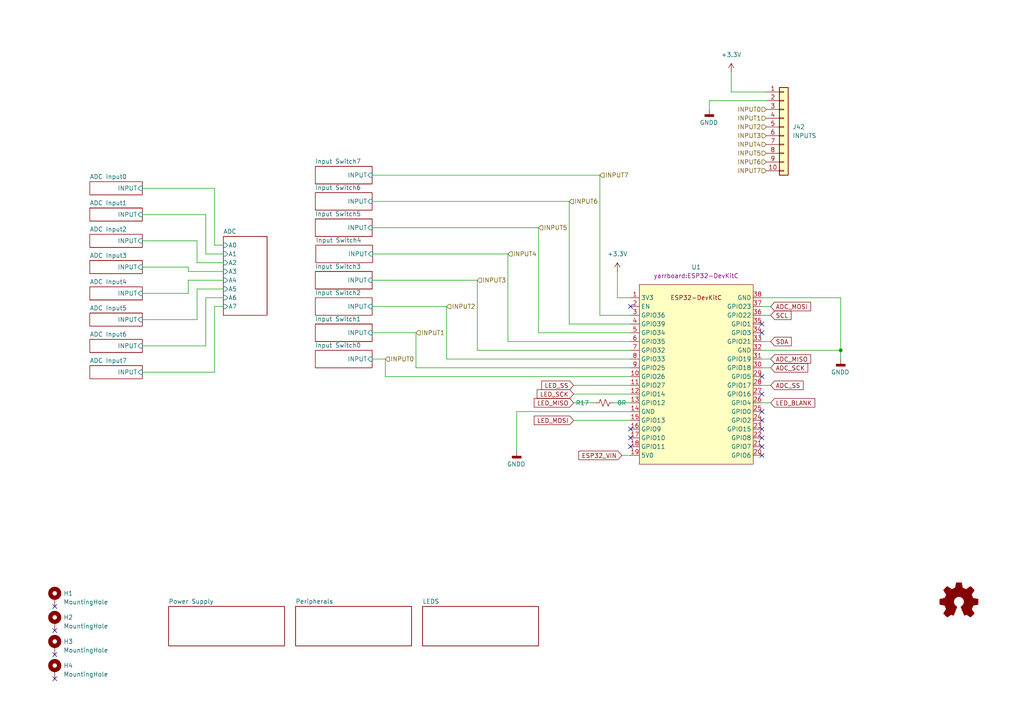
<source format=kicad_sch>
(kicad_sch (version 20230121) (generator eeschema)
  (paper "A4")
  (title_block (rev "B"))
  (lib_symbols
    (symbol "Connector_Generic:Conn_01x10" (pin_names (offset 1.016) hide)
      (property "Reference" "J" (at 0 12.7 0))
      (property "Value" "Conn_01x10" (at 0 -15.24 0))
      (symbol "Conn_01x10_1_1"
        (rectangle (start -1.27 -12.573) (end 0 -12.827) (stroke (width 0.1524)))
        (rectangle (start -1.27 -10.033) (end 0 -10.287) (stroke (width 0.1524)))
        (rectangle (start -1.27 -7.493) (end 0 -7.747) (stroke (width 0.1524)))
        (rectangle (start -1.27 -4.953) (end 0 -5.207) (stroke (width 0.1524)))
        (rectangle (start -1.27 -2.413) (end 0 -2.667) (stroke (width 0.1524)))
        (rectangle (start -1.27 0.127) (end 0 -0.127) (stroke (width 0.1524)))
        (rectangle (start -1.27 2.667) (end 0 2.413) (stroke (width 0.1524)))
        (rectangle (start -1.27 5.207) (end 0 4.953) (stroke (width 0.1524)))
        (rectangle (start -1.27 7.747) (end 0 7.493) (stroke (width 0.1524)))
        (rectangle (start -1.27 10.287) (end 0 10.033) (stroke (width 0.1524)))
        (rectangle (start -1.27 11.43) (end 1.27 -13.97) (stroke (width 0.254)) (fill (type background)))
        (pin passive line (at -5.08 10.16 0) (length 3.81) (name "Pin_1") (number "1"))
        (pin passive line (at -5.08 -12.7 0) (length 3.81) (name "Pin_10") (number "10"))
        (pin passive line (at -5.08 7.62 0) (length 3.81) (name "Pin_2") (number "2"))
        (pin passive line (at -5.08 5.08 0) (length 3.81) (name "Pin_3") (number "3"))
        (pin passive line (at -5.08 2.54 0) (length 3.81) (name "Pin_4") (number "4"))
        (pin passive line (at -5.08 0 0) (length 3.81) (name "Pin_5") (number "5"))
        (pin passive line (at -5.08 -2.54 0) (length 3.81) (name "Pin_6") (number "6"))
        (pin passive line (at -5.08 -5.08 0) (length 3.81) (name "Pin_7") (number "7"))
        (pin passive line (at -5.08 -7.62 0) (length 3.81) (name "Pin_8") (number "8"))
        (pin passive line (at -5.08 -10.16 0) (length 3.81) (name "Pin_9") (number "9"))
      )
    )
    (symbol "Device:R_Small_US" (pin_numbers hide) (pin_names (offset 0.254) hide)
      (property "Reference" "R" (at 0.762 0.508 0))
      (property "Value" "R_Small_US" (at 0.762 -1.016 0))
      (symbol "R_Small_US_1_1"
        (polyline (pts (xy 0 0) (xy 1.016 -0.381) (xy 0 -0.762) (xy -1.016 -1.143) (xy 0 -1.524)))
        (polyline (pts (xy 0 1.524) (xy 1.016 1.143) (xy 0 0.762) (xy -1.016 0.381) (xy 0 0)))
        (pin passive line (at 0 2.54 270) (length 1.016) (name "~") (number "1"))
        (pin passive line (at 0 -2.54 90) (length 1.016) (name "~") (number "2"))
      )
    )
    (symbol "Graphic:Logo_Open_Hardware_Small" (in_bom no) (on_board no)
      (symbol "Logo_Open_Hardware_Small_0_1"
        (polyline (pts (xy 3.3528 -4.3434) (xy 3.302 -4.318) (xy 3.175 -4.2418) (xy 2.9972 -4.1148) (xy 2.7686 -3.9624) (xy 2.54 -3.81) (xy 2.3622 -3.7084) (xy 2.2352 -3.6068) (xy 2.1844 -3.5814) (xy 2.159 -3.6068) (xy 2.0574 -3.6576) (xy 1.905 -3.7338) (xy 1.8034 -3.7846) (xy 1.6764 -3.8354) (xy 1.6002 -3.8354) (xy 1.6002 -3.8354) (xy 1.5494 -3.7338) (xy 1.4732 -3.5306) (xy 1.3462 -3.302) (xy 1.2446 -3.0226) (xy 1.1176 -2.7178) (xy 0.9652 -2.413) (xy 0.8636 -2.1082) (xy 0.7366 -1.8288) (xy 0.6604 -1.6256) (xy 0.6096 -1.4732) (xy 0.5842 -1.397) (xy 0.5842 -1.397) (xy 0.6604 -1.3208) (xy 0.7874 -1.2446) (xy 1.0414 -1.016) (xy 1.2954 -0.6858) (xy 1.4478 -0.3302) (xy 1.524 0.0762) (xy 1.4732 0.4572) (xy 1.3208 0.8128) (xy 1.0668 1.143) (xy 0.762 1.3716) (xy 0.4064 1.524) (xy 0 1.5748) (xy -0.381 1.5494) (xy -0.7366 1.397) (xy -1.0668 1.143) (xy -1.2192 0.9906) (xy -1.397 0.6604) (xy -1.524 0.3048) (xy -1.524 0.2286) (xy -1.4986 -0.1778) (xy -1.397 -0.5334) (xy -1.1938 -0.8636) (xy -0.9144 -1.143) (xy -0.8636 -1.1684) (xy -0.7366 -1.27) (xy -0.635 -1.3462) (xy -0.5842 -1.397) (xy -1.0668 -2.5908) (xy -1.143 -2.794) (xy -1.2954 -3.1242) (xy -1.397 -3.4036) (xy -1.4986 -3.6322) (xy -1.5748 -3.7846) (xy -1.6002 -3.8354) (xy -1.6002 -3.8354) (xy -1.651 -3.8354) (xy -1.7272 -3.81) (xy -1.905 -3.7338) (xy -2.0066 -3.683) (xy -2.1336 -3.6068) (xy -2.2098 -3.5814) (xy -2.2606 -3.6068) (xy -2.3622 -3.683) (xy -2.54 -3.81) (xy -2.7686 -3.9624) (xy -2.9718 -4.0894) (xy -3.1496 -4.2164) (xy -3.302 -4.318) (xy -3.3528 -4.3434) (xy -3.3782 -4.3434) (xy -3.429 -4.318) (xy -3.5306 -4.2164) (xy -3.7084 -4.064) (xy -3.937 -3.8354) (xy -3.9624 -3.81) (xy -4.1656 -3.6068) (xy -4.318 -3.4544) (xy -4.4196 -3.3274) (xy -4.445 -3.2766) (xy -4.445 -3.2766) (xy -4.4196 -3.2258) (xy -4.318 -3.0734) (xy -4.2164 -2.8956) (xy -4.064 -2.667) (xy -3.6576 -2.0828) (xy -3.8862 -1.5494) (xy -3.937 -1.3716) (xy -4.0386 -1.1684) (xy -4.0894 -1.0414) (xy -4.1148 -0.9652) (xy -4.191 -0.9398) (xy -4.318 -0.9144) (xy -4.5466 -0.8636) (xy -4.8006 -0.8128) (xy -5.0546 -0.7874) (xy -5.2578 -0.7366) (xy -5.4356 -0.7112) (xy -5.5118 -0.6858) (xy -5.5118 -0.6858) (xy -5.5372 -0.635) (xy -5.5372 -0.5588) (xy -5.5372 -0.4318) (xy -5.5626 -0.2286) (xy -5.5626 0.0762) (xy -5.5626 0.127) (xy -5.5372 0.4064) (xy -5.5372 0.635) (xy -5.5372 0.762) (xy -5.5372 0.8382) (xy -5.5372 0.8382) (xy -5.461 0.8382) (xy -5.3086 0.889) (xy -5.08 0.9144) (xy -4.826 0.9652) (xy -4.8006 0.9906) (xy -4.5466 1.0414) (xy -4.318 1.0668) (xy -4.1656 1.1176) (xy -4.0894 1.143) (xy -4.0894 1.143) (xy -4.0386 1.2446) (xy -3.9624 1.4224) (xy -3.8608 1.6256) (xy -3.7846 1.8288) (xy -3.7084 2.0066) (xy -3.6576 2.159) (xy -3.6322 2.2098) (xy -3.6322 2.2098) (xy -3.683 2.286) (xy -3.7592 2.413) (xy -3.8862 2.5908) (xy -4.064 2.8194) (xy -4.064 2.8448) (xy -4.2164 3.0734) (xy -4.3434 3.2512) (xy -4.4196 3.3782) (xy -4.445 3.4544) (xy -4.445 3.4544) (xy -4.3942 3.5052) (xy -4.2926 3.6322) (xy -4.1148 3.81) (xy -3.937 4.0132) (xy -3.8608 4.064) (xy -3.6576 4.2926) (xy -3.5052 4.4196) (xy -3.4036 4.4958) (xy -3.3528 4.5212) (xy -3.3528 4.5212) (xy -3.302 4.4704) (xy -3.1496 4.3688) (xy -2.9718 4.2418) (xy -2.7432 4.0894) (xy -2.7178 4.0894) (xy -2.4892 3.937) (xy -2.3114 3.81) (xy -2.1844 3.7084) (xy -2.1336 3.683) (xy -2.1082 3.683) (xy -2.032 3.7084) (xy -1.8542 3.7592) (xy -1.6764 3.8354) (xy -1.4732 3.937) (xy -1.27 4.0132) (xy -1.143 4.064) (xy -1.0668 4.1148) (xy -1.0668 4.1148) (xy -1.0414 4.191) (xy -1.016 4.3434) (xy -0.9652 4.572) (xy -0.9144 4.8514) (xy -0.889 4.9022) (xy -0.8382 5.1562) (xy -0.8128 5.3848) (xy -0.7874 5.5372) (xy -0.762 5.588) (xy -0.7112 5.6134) (xy -0.5842 5.6134) (xy -0.4064 5.6134) (xy -0.1524 5.6134) (xy 0.0762 5.6134) (xy 0.3302 5.6134) (xy 0.5334 5.6134) (xy 0.6858 5.588) (xy 0.7366 5.588) (xy 0.7366 5.588) (xy 0.762 5.5118) (xy 0.8128 5.334) (xy 0.8382 5.1054) (xy 0.9144 4.826) (xy 0.9144 4.7752) (xy 0.9652 4.5212) (xy 1.016 4.2926) (xy 1.0414 4.1402) (xy 1.0668 4.0894) (xy 1.0668 4.0894) (xy 1.1938 4.0386) (xy 1.3716 3.9624) (xy 1.5748 3.8608) (xy 2.0828 3.6576) (xy 2.7178 4.0894) (xy 2.7686 4.1402) (xy 2.9972 4.2926) (xy 3.175 4.4196) (xy 3.302 4.4958) (xy 3.3782 4.5212) (xy 3.3782 4.5212) (xy 3.429 4.4704) (xy 3.556 4.3434) (xy 3.7338 4.191) (xy 3.9116 3.9878) (xy 4.064 3.8354) (xy 4.2418 3.6576) (xy 4.3434 3.556) (xy 4.4196 3.4798) (xy 4.4196 3.429) (xy 4.4196 3.4036) (xy 4.3942 3.3274) (xy 4.2926 3.2004) (xy 4.1656 2.9972) (xy 4.0132 2.794) (xy 3.8862 2.5908) (xy 3.7592 2.3876) (xy 3.6576 2.2352) (xy 3.6322 2.159) (xy 3.6322 2.1336) (xy 3.683 2.0066) (xy 3.7592 1.8288) (xy 3.8608 1.6002) (xy 4.064 1.1176) (xy 4.3942 1.0414) (xy 4.5974 1.016) (xy 4.8768 0.9652) (xy 5.1308 0.9144) (xy 5.5372 0.8382) (xy 5.5626 -0.6604) (xy 5.4864 -0.6858) (xy 5.4356 -0.6858) (xy 5.2832 -0.7366) (xy 5.0546 -0.762) (xy 4.8006 -0.8128) (xy 4.5974 -0.8636) (xy 4.3688 -0.9144) (xy 4.2164 -0.9398) (xy 4.1402 -0.9398) (xy 4.1148 -0.9652) (xy 4.064 -1.0668) (xy 3.9878 -1.2446) (xy 3.9116 -1.4478) (xy 3.81 -1.651) (xy 3.7338 -1.8542) (xy 3.683 -2.0066) (xy 3.6576 -2.0828) (xy 3.683 -2.1336) (xy 3.7846 -2.2606) (xy 3.8862 -2.4638) (xy 4.0386 -2.667) (xy 4.191 -2.8956) (xy 4.318 -3.0734) (xy 4.3942 -3.2004) (xy 4.445 -3.2766) (xy 4.4196 -3.3274) (xy 4.3434 -3.429) (xy 4.1656 -3.5814) (xy 3.937 -3.8354) (xy 3.8862 -3.8608) (xy 3.683 -4.064) (xy 3.5306 -4.2164) (xy 3.4036 -4.318) (xy 3.3528 -4.3434)) (fill (type outline)))
      )
    )
    (symbol "Mechanical:MountingHole_Pad" (pin_numbers hide) (pin_names (offset 1.016) hide)
      (property "Reference" "H" (at 0 6.35 0))
      (property "Value" "MountingHole_Pad" (at 0 4.445 0))
      (symbol "MountingHole_Pad_0_1"
        (circle (center 0 1.27) (radius 1.27) (stroke (width 1.27)))
      )
      (symbol "MountingHole_Pad_1_1"
        (pin input line (at 0 -2.54 90) (length 2.54) (name "1") (number "1"))
      )
    )
    (symbol "gnarboard:ESP32_DevKit_C"
      (property "Reference" "U" (at 0 29.21 0))
      (symbol "ESP32_DevKit_C_1_1"
        (rectangle (start -16.51 25.4) (end 16.51 -26.67) (fill (type background)))
        (text "ESP32-DevKitC" (at 0 21.59 0) (effects (font (size 1.27 1.27))))
        (pin power_out line (at -19.05 21.59 0) (length 2.54) (name "3V3") (number "1"))
        (pin bidirectional line (at -19.05 -1.27 0) (length 2.54) (name "GPIO26") (number "10"))
        (pin bidirectional line (at -19.05 -3.81 0) (length 2.54) (name "GPIO27") (number "11"))
        (pin bidirectional line (at -19.05 -6.35 0) (length 2.54) (name "GPIO14") (number "12"))
        (pin bidirectional line (at -19.05 -8.89 0) (length 2.54) (name "GPIO12") (number "13"))
        (pin power_in line (at -19.05 -11.43 0) (length 2.54) (name "GND") (number "14"))
        (pin bidirectional line (at -19.05 -13.97 0) (length 2.54) (name "GPIO13") (number "15"))
        (pin bidirectional line (at -19.05 -16.51 0) (length 2.54) (name "GPIO9") (number "16"))
        (pin bidirectional line (at -19.05 -19.05 0) (length 2.54) (name "GPIO10") (number "17"))
        (pin bidirectional line (at -19.05 -21.59 0) (length 2.54) (name "GPIO11") (number "18"))
        (pin power_in line (at -19.05 -24.13 0) (length 2.54) (name "5V0") (number "19"))
        (pin bidirectional line (at -19.05 19.05 0) (length 2.54) (name "EN") (number "2"))
        (pin bidirectional line (at 19.05 -24.13 180) (length 2.54) (name "GPIO6") (number "20"))
        (pin bidirectional line (at 19.05 -21.59 180) (length 2.54) (name "GPIO7") (number "21"))
        (pin bidirectional line (at 19.05 -19.05 180) (length 2.54) (name "GPIO8") (number "22"))
        (pin bidirectional line (at 19.05 -16.51 180) (length 2.54) (name "GPIO15") (number "23"))
        (pin bidirectional line (at 19.05 -13.97 180) (length 2.54) (name "GPIO2") (number "24"))
        (pin bidirectional line (at 19.05 -11.43 180) (length 2.54) (name "GPIO0") (number "25"))
        (pin bidirectional line (at 19.05 -8.89 180) (length 2.54) (name "GPIO4") (number "26"))
        (pin bidirectional line (at 19.05 -6.35 180) (length 2.54) (name "GPIO16") (number "27"))
        (pin bidirectional line (at 19.05 -3.81 180) (length 2.54) (name "GPIO17") (number "28"))
        (pin bidirectional line (at 19.05 -1.27 180) (length 2.54) (name "GPIO5") (number "29"))
        (pin bidirectional line (at -19.05 16.51 0) (length 2.54) (name "GPIO36") (number "3"))
        (pin bidirectional line (at 19.05 1.27 180) (length 2.54) (name "GPIO18") (number "30"))
        (pin bidirectional line (at 19.05 3.81 180) (length 2.54) (name "GPIO19") (number "31"))
        (pin power_in line (at 19.05 6.35 180) (length 2.54) (name "GND") (number "32"))
        (pin bidirectional line (at 19.05 8.89 180) (length 2.54) (name "GPIO21") (number "33"))
        (pin bidirectional line (at 19.05 11.43 180) (length 2.54) (name "GPIO3") (number "34"))
        (pin bidirectional line (at 19.05 13.97 180) (length 2.54) (name "GPIO1") (number "35"))
        (pin bidirectional line (at 19.05 16.51 180) (length 2.54) (name "GPIO22") (number "36"))
        (pin bidirectional line (at 19.05 19.05 180) (length 2.54) (name "GPIO23") (number "37"))
        (pin power_in line (at 19.05 21.59 180) (length 2.54) (name "GND") (number "38"))
        (pin bidirectional line (at -19.05 13.97 0) (length 2.54) (name "GPIO39") (number "4"))
        (pin bidirectional line (at -19.05 11.43 0) (length 2.54) (name "GPIO34") (number "5"))
        (pin bidirectional line (at -19.05 8.89 0) (length 2.54) (name "GPIO35") (number "6"))
        (pin bidirectional line (at -19.05 6.35 0) (length 2.54) (name "GPIO32") (number "7"))
        (pin bidirectional line (at -19.05 3.81 0) (length 2.54) (name "GPIO33") (number "8"))
        (pin bidirectional line (at -19.05 1.27 0) (length 2.54) (name "GPIO25") (number "9"))
      )
    )
    (symbol "power:+3.3V" (power) (pin_names (offset 0))
      (property "Value" "+3.3V" (at 0 3.556 0))
      (symbol "+3.3V_0_1"
        (polyline (pts (xy -0.762 1.27) (xy 0 2.54)))
        (polyline (pts (xy 0 0) (xy 0 2.54)))
        (polyline (pts (xy 0 2.54) (xy 0.762 1.27)))
      )
      (symbol "+3.3V_1_1"
        (pin power_in line (at 0 0 90) (length 0) hide (name "+3.3V") (number "1"))
      )
    )
    (symbol "power:GNDD" (power) (pin_names (offset 0))
      (property "Value" "GNDD" (at 0 -3.175 0))
      (symbol "GNDD_0_1"
        (rectangle (start -1.27 -1.524) (end 1.27 -2.032) (stroke (width 0.254)) (fill (type outline)))
        (polyline (pts (xy 0 0) (xy 0 -1.524)))
      )
      (symbol "GNDD_1_1"
        (pin power_in line (at 0 0 270) (length 0) hide (name "GNDD") (number "1"))
      )
    )
  )
  (junction (at 243.84 101.6))
  (no_connect (at 220.98 121.92))
  (no_connect (at 182.88 88.9))
  (no_connect (at 15.875 175.895))
  (no_connect (at 220.98 129.54))
  (no_connect (at 15.875 182.88))
  (no_connect (at 15.875 196.85))
  (no_connect (at 220.98 124.46))
  (no_connect (at 182.88 127))
  (no_connect (at 220.98 114.3))
  (no_connect (at 182.88 129.54))
  (no_connect (at 15.875 189.865))
  (no_connect (at 220.98 109.22))
  (no_connect (at 182.88 124.46))
  (no_connect (at 220.98 96.52))
  (no_connect (at 220.98 93.98))
  (no_connect (at 220.98 132.08))
  (no_connect (at 220.98 119.38))
  (no_connect (at 220.98 127))
  (wire (pts (xy 165.1 58.42) (xy 107.95 58.42)))
  (wire (pts (xy 59.69 86.36) (xy 64.77 86.36)))
  (wire (pts (xy 54.61 77.47) (xy 41.275 77.47)))
  (wire (pts (xy 64.77 78.74) (xy 54.61 78.74)))
  (wire (pts (xy 177.8 116.84) (xy 182.88 116.84)))
  (wire (pts (xy 173.99 50.8) (xy 107.95 50.8)))
  (wire (pts (xy 64.77 73.66) (xy 59.69 73.66)))
  (wire (pts (xy 59.69 73.66) (xy 59.69 62.23)))
  (wire (pts (xy 220.98 101.6) (xy 243.84 101.6)))
  (wire (pts (xy 41.275 92.71) (xy 57.15 92.71)))
  (wire (pts (xy 57.15 76.2) (xy 64.77 76.2)))
  (wire (pts (xy 179.07 78.74) (xy 179.07 86.36)))
  (wire (pts (xy 147.32 99.06) (xy 147.32 73.66)))
  (wire (pts (xy 57.15 92.71) (xy 57.15 83.82)))
  (wire (pts (xy 166.37 114.3) (xy 182.88 114.3)))
  (wire (pts (xy 182.88 109.22) (xy 111.76 109.22)))
  (wire (pts (xy 173.99 50.8) (xy 173.99 91.44)))
  (wire (pts (xy 165.1 58.42) (xy 165.1 93.98)))
  (wire (pts (xy 220.98 106.68) (xy 223.52 106.68)))
  (wire (pts (xy 182.88 99.06) (xy 147.32 99.06)))
  (wire (pts (xy 205.74 29.21) (xy 205.74 31.75)))
  (wire (pts (xy 59.69 62.23) (xy 41.275 62.23)))
  (wire (pts (xy 62.23 71.12) (xy 64.77 71.12)))
  (wire (pts (xy 182.88 106.68) (xy 120.65 106.68)))
  (wire (pts (xy 165.1 93.98) (xy 182.88 93.98)))
  (wire (pts (xy 41.275 54.61) (xy 62.23 54.61)))
  (wire (pts (xy 212.09 26.67) (xy 212.09 20.955)))
  (wire (pts (xy 57.15 69.85) (xy 57.15 76.2)))
  (wire (pts (xy 166.37 116.84) (xy 172.72 116.84)))
  (wire (pts (xy 220.98 104.14) (xy 223.52 104.14)))
  (wire (pts (xy 179.07 86.36) (xy 182.88 86.36)))
  (wire (pts (xy 149.86 119.38) (xy 182.88 119.38)))
  (wire (pts (xy 129.54 104.14) (xy 129.54 88.9)))
  (wire (pts (xy 220.98 88.9) (xy 223.52 88.9)))
  (wire (pts (xy 62.23 54.61) (xy 62.23 71.12)))
  (wire (pts (xy 111.76 104.14) (xy 107.95 104.14)))
  (wire (pts (xy 243.84 86.36) (xy 243.84 101.6)))
  (wire (pts (xy 54.61 81.28) (xy 64.77 81.28)))
  (wire (pts (xy 182.88 96.52) (xy 156.21 96.52)))
  (wire (pts (xy 107.95 96.52) (xy 120.65 96.52)))
  (wire (pts (xy 182.88 101.6) (xy 138.43 101.6)))
  (wire (pts (xy 107.95 66.04) (xy 156.21 66.04)))
  (wire (pts (xy 62.23 107.95) (xy 62.23 88.9)))
  (wire (pts (xy 156.21 66.04) (xy 156.21 96.52)))
  (wire (pts (xy 220.98 91.44) (xy 223.52 91.44)))
  (wire (pts (xy 243.84 86.36) (xy 220.98 86.36)))
  (wire (pts (xy 180.34 132.08) (xy 182.88 132.08)))
  (wire (pts (xy 220.98 116.84) (xy 223.52 116.84)))
  (wire (pts (xy 166.37 111.76) (xy 182.88 111.76)))
  (wire (pts (xy 147.32 73.66) (xy 108.0994 73.66)))
  (wire (pts (xy 220.98 111.76) (xy 223.52 111.76)))
  (wire (pts (xy 220.98 99.06) (xy 223.52 99.06)))
  (wire (pts (xy 41.275 85.09) (xy 54.61 85.09)))
  (wire (pts (xy 41.275 107.95) (xy 62.23 107.95)))
  (wire (pts (xy 62.23 88.9) (xy 64.77 88.9)))
  (wire (pts (xy 243.84 104.14) (xy 243.84 101.6)))
  (wire (pts (xy 212.09 26.67) (xy 222.25 26.67)))
  (wire (pts (xy 205.74 29.21) (xy 222.25 29.21)))
  (wire (pts (xy 166.37 121.92) (xy 182.88 121.92)))
  (wire (pts (xy 57.15 83.82) (xy 64.77 83.82)))
  (wire (pts (xy 107.95 81.28) (xy 138.43 81.28)))
  (wire (pts (xy 54.61 78.74) (xy 54.61 77.47)))
  (wire (pts (xy 41.275 69.85) (xy 57.15 69.85)))
  (wire (pts (xy 59.69 100.33) (xy 59.69 86.36)))
  (wire (pts (xy 120.65 106.68) (xy 120.65 96.52)))
  (wire (pts (xy 138.43 101.6) (xy 138.43 81.28)))
  (wire (pts (xy 111.76 104.14) (xy 111.76 109.22)))
  (wire (pts (xy 182.88 91.44) (xy 173.99 91.44)))
  (wire (pts (xy 107.95 88.9) (xy 129.54 88.9)))
  (wire (pts (xy 182.88 104.14) (xy 129.54 104.14)))
  (wire (pts (xy 54.61 85.09) (xy 54.61 81.28)))
  (wire (pts (xy 149.86 130.81) (xy 149.86 119.38)))
  (wire (pts (xy 41.275 100.33) (xy 59.69 100.33)))
  (global_label "SCL" (shape input) (at 223.52 91.44 0) (property "Intersheetrefs" "${INTERSHEET_REFS}" (effects hide)))
  (global_label "ADC_SS" (shape input) (at 223.52 111.76 0) (property "Intersheetrefs" "${INTERSHEET_REFS}" (effects hide)))
  (global_label "LED_SS" (shape input) (at 166.37 111.76 180) (property "Intersheetrefs" "${INTERSHEET_REFS}" (effects hide)))
  (global_label "LED_MOSI" (shape input) (at 166.37 121.92 180) (property "Intersheetrefs" "${INTERSHEET_REFS}" (effects hide)))
  (global_label "SDA" (shape input) (at 223.52 99.06 0) (property "Intersheetrefs" "${INTERSHEET_REFS}" (effects hide)))
  (global_label "LED_MISO" (shape input) (at 166.37 116.84 180) (property "Intersheetrefs" "${INTERSHEET_REFS}" (effects hide)))
  (global_label "ADC_MOSI" (shape input) (at 223.52 88.9 0) (property "Intersheetrefs" "${INTERSHEET_REFS}" (effects hide)))
  (global_label "ESP32_VIN" (shape input) (at 180.34 132.08 180) (property "Intersheetrefs" "${INTERSHEET_REFS}" (effects hide)))
  (global_label "ADC_MISO" (shape input) (at 223.52 104.14 0) (property "Intersheetrefs" "${INTERSHEET_REFS}" (effects hide)))
  (global_label "ADC_SCK" (shape input) (at 223.52 106.68 0) (property "Intersheetrefs" "${INTERSHEET_REFS}" (effects hide)))
  (global_label "LED_BLANK" (shape input) (at 223.52 116.84 0) (property "Intersheetrefs" "${INTERSHEET_REFS}" (effects hide)))
  (global_label "LED_SCK" (shape input) (at 166.37 114.3 180) (property "Intersheetrefs" "${INTERSHEET_REFS}" (effects hide)))
  (hierarchical_label "INPUT6" (shape input) (at 165.1 58.42 0))
  (hierarchical_label "INPUT1" (shape input) (at 222.25 34.29 180))
  (hierarchical_label "INPUT0" (shape input) (at 111.76 104.14 0))
  (hierarchical_label "INPUT6" (shape input) (at 222.25 46.99 180))
  (hierarchical_label "INPUT3" (shape input) (at 222.25 39.37 180))
  (hierarchical_label "INPUT4" (shape input) (at 222.25 41.91 180))
  (hierarchical_label "INPUT5" (shape input) (at 222.25 44.45 180))
  (hierarchical_label "INPUT1" (shape input) (at 120.65 96.52 0))
  (hierarchical_label "INPUT2" (shape input) (at 222.25 36.83 180))
  (hierarchical_label "INPUT7" (shape input) (at 222.25 49.53 180))
  (hierarchical_label "INPUT4" (shape input) (at 147.32 73.66 0))
  (hierarchical_label "INPUT7" (shape input) (at 173.99 50.8 0))
  (hierarchical_label "INPUT3" (shape input) (at 138.43 81.28 0))
  (hierarchical_label "INPUT0" (shape input) (at 222.25 31.75 180))
  (hierarchical_label "INPUT2" (shape input) (at 129.54 88.9 0))
  (hierarchical_label "INPUT5" (shape input) (at 156.21 66.04 0))
  (symbol (lib_id "power:GNDD") (at 243.84 104.14 0) (unit 1)
    (property "Reference" "#PWR05" (effects hide))
    (property "Value" "GNDD" (at 246.38 107.95 0) (effects (justify right)))
  )
  (symbol (lib_id "Mechanical:MountingHole_Pad") (at 15.875 187.325 0) (unit 1) (in_bom no)
    (property "Reference" "H3" (at 18.415 186.055 0) (effects (justify left)))
    (property "Value" "MountingHole" (at 18.415 188.595 0) (effects (justify left)))
    (property "Footprint" "MountingHole:MountingHole_3.2mm_M3_DIN965_Pad" (effects hide))
  )
  (symbol (lib_id "power:GNDD") (at 205.74 31.75 0) (unit 1)
    (property "Reference" "#PWR091" (effects hide))
    (property "Value" "GNDD" (at 208.28 35.56 0) (effects (justify right)))
  )
  (symbol (lib_id "Device:R_Small_US") (at 175.26 116.84 270) (unit 1)
    (property "Reference" "R17" (at 168.91 116.84 90))
    (property "Value" "0R" (at 180.34 116.84 90))
    (property "Footprint" "Resistor_SMD:R_0805_2012Metric_Pad1.20x1.40mm_HandSolder" (effects hide))
  )
  (symbol (lib_id "power:+3.3V") (at 179.07 78.74 0) (unit 1)
    (property "Reference" "#PWR02" (effects hide))
    (property "Value" "+3.3V" (at 179.07 73.66 0))
  )
  (symbol (lib_id "Mechanical:MountingHole_Pad") (at 15.875 180.34 0) (unit 1) (in_bom no)
    (property "Reference" "H2" (at 18.415 179.07 0) (effects (justify left)))
    (property "Value" "MountingHole" (at 18.415 181.61 0) (effects (justify left)))
    (property "Footprint" "MountingHole:MountingHole_3.2mm_M3_DIN965_Pad" (effects hide))
  )
  (symbol (lib_id "gnarboard:ESP32_DevKit_C") (at 201.93 107.95 0) (unit 1)
    (property "Reference" "U1" (at 201.93 77.47 0))
    (property "Value" "ESP32-DEVKITC" (effects hide))
    (property "Footprint" "yarrboard:ESP32-DevKitC" (at 201.93 80.01 0))
    (property "Mouser" "356-ESP32-DEVKITC32E " (effects hide))
  )
  (symbol (lib_id "Mechanical:MountingHole_Pad") (at 15.875 173.355 0) (unit 1) (in_bom no)
    (property "Reference" "H1" (at 18.415 172.085 0) (effects (justify left)))
    (property "Value" "MountingHole" (at 18.415 174.625 0) (effects (justify left)))
    (property "Footprint" "MountingHole:MountingHole_3.2mm_M3_DIN965_Pad" (effects hide))
  )
  (symbol (lib_id "Mechanical:MountingHole_Pad") (at 15.875 194.31 0) (unit 1) (in_bom no)
    (property "Reference" "H4" (at 18.415 193.04 0) (effects (justify left)))
    (property "Value" "MountingHole" (at 18.415 195.58 0) (effects (justify left)))
    (property "Footprint" "MountingHole:MountingHole_3.2mm_M3_DIN965_Pad" (effects hide))
  )
  (symbol (lib_id "power:GNDD") (at 149.86 130.81 0) (unit 1)
    (property "Reference" "#PWR04" (effects hide))
    (property "Value" "GNDD" (at 152.4 134.62 0) (effects (justify right)))
  )
  (symbol (lib_id "power:+3.3V") (at 212.09 20.955 0) (unit 1)
    (property "Reference" "#PWR069" (effects hide))
    (property "Value" "+3.3V" (at 212.09 15.875 0))
  )
  (symbol (lib_id "Graphic:Logo_Open_Hardware_Small") (at 278.13 174.625 0) (unit 1) (in_bom no) (on_board no)
    (property "Reference" "#SYM1" (effects hide))
    (property "Value" "Logo_Open_Hardware_Small" (effects hide))
    (property "Footprint" "Symbol:OSHW-Logo2_14.6x12mm_SilkScreen" (effects hide))
    (property "Sim.Enable" "0" (effects hide))
  )
  (symbol (lib_id "Connector_Generic:Conn_01x10") (at 227.33 36.83 0) (unit 1)
    (property "Reference" "J42" (at 229.87 36.83 0) (effects (justify left)))
    (property "Value" "INPUTS" (at 229.87 39.37 0) (effects (justify left)))
    (property "Footprint" "Connector_FFC-FPC:TE_1-84952-0_1x10-1MP_P1.0mm_Horizontal" (effects hide))
    (property "LCSC" "C262385" (effects hide))
  )
  (sheet (at 85.725 175.895) (size 33.655 11.43) (stroke (width 0.1524))
    (property "Sheetname" "Peripherals" (at 85.725 175.1834 0) (effects (justify left bottom)))
    (property "Sheetfile" "peripherals.kicad_sch" (effects hide))
  )
  (sheet (at 26.035 60.325) (size 15.24 3.81) (stroke (width 0.1524))
    (property "Sheetname" "ADC Input1" (at 26.035 59.6134 0) (effects (justify left bottom)))
    (property "Sheetfile" "adc input.kicad_sch" (effects hide))
    (pin "INPUT" input (at 41.275 62.23 0))
  )
  (sheet (at 91.5894 71.12) (size 16.51 5.08) (stroke (width 0.1524))
    (property "Sheetname" "Input Switch4" (at 91.5894 70.4084 0) (effects (justify left bottom)))
    (property "Sheetfile" "input switch.kicad_sch" (effects hide))
    (pin "INPUT" input (at 108.0994 73.66 0))
  )
  (sheet (at 26.035 75.565) (size 15.24 3.81) (stroke (width 0.1524))
    (property "Sheetname" "ADC Input3" (at 26.035 74.8534 0) (effects (justify left bottom)))
    (property "Sheetfile" "adc input.kicad_sch" (effects hide))
    (pin "INPUT" input (at 41.275 77.47 0))
  )
  (sheet (at 91.44 86.36) (size 16.51 5.08) (stroke (width 0.1524))
    (property "Sheetname" "Input Switch2" (at 91.44 85.6484 0) (effects (justify left bottom)))
    (property "Sheetfile" "input switch.kicad_sch" (effects hide))
    (pin "INPUT" input (at 107.95 88.9 0))
  )
  (sheet (at 91.44 93.98) (size 16.51 5.08) (stroke (width 0.1524))
    (property "Sheetname" "Input Switch1" (at 91.44 93.2684 0) (effects (justify left bottom)))
    (property "Sheetfile" "input switch.kicad_sch" (effects hide))
    (pin "INPUT" input (at 107.95 96.52 0))
  )
  (sheet (at 26.035 83.185) (size 15.24 3.81) (stroke (width 0.1524))
    (property "Sheetname" "ADC Input4" (at 26.035 82.4734 0) (effects (justify left bottom)))
    (property "Sheetfile" "adc input.kicad_sch" (effects hide))
    (pin "INPUT" input (at 41.275 85.09 0))
  )
  (sheet (at 91.44 63.5) (size 16.51 5.08) (stroke (width 0.1524))
    (property "Sheetname" "Input Switch5" (at 91.44 62.7884 0) (effects (justify left bottom)))
    (property "Sheetfile" "input switch.kicad_sch" (effects hide))
    (pin "INPUT" input (at 107.95 66.04 0))
  )
  (sheet (at 91.44 78.74) (size 16.51 5.08) (stroke (width 0.1524))
    (property "Sheetname" "Input Switch3" (at 91.44 78.0284 0) (effects (justify left bottom)))
    (property "Sheetfile" "input switch.kicad_sch" (effects hide))
    (pin "INPUT" input (at 107.95 81.28 0))
  )
  (sheet (at 26.035 106.045) (size 15.24 3.81) (stroke (width 0.1524))
    (property "Sheetname" "ADC Input7" (at 26.035 105.3334 0) (effects (justify left bottom)))
    (property "Sheetfile" "adc input.kicad_sch" (effects hide))
    (pin "INPUT" input (at 41.275 107.95 0))
  )
  (sheet (at 26.035 90.805) (size 15.24 3.81) (stroke (width 0.1524))
    (property "Sheetname" "ADC Input5" (at 26.035 90.0934 0) (effects (justify left bottom)))
    (property "Sheetfile" "adc input.kicad_sch" (effects hide))
    (pin "INPUT" input (at 41.275 92.71 0))
  )
  (sheet (at 91.44 55.88) (size 16.51 5.08) (stroke (width 0.1524))
    (property "Sheetname" "Input Switch6" (at 91.44 55.1684 0) (effects (justify left bottom)))
    (property "Sheetfile" "input switch.kicad_sch" (effects hide))
    (pin "INPUT" input (at 107.95 58.42 0))
  )
  (sheet (at 91.44 48.26) (size 16.51 5.08) (stroke (width 0.1524))
    (property "Sheetname" "Input Switch7" (at 91.44 47.5484 0) (effects (justify left bottom)))
    (property "Sheetfile" "input switch.kicad_sch" (effects hide))
    (pin "INPUT" input (at 107.95 50.8 0))
  )
  (sheet (at 122.555 175.895) (size 33.655 11.43) (stroke (width 0.1524))
    (property "Sheetname" "LEDS" (at 122.555 175.1834 0) (effects (justify left bottom)))
    (property "Sheetfile" "leds.kicad_sch" (effects hide))
  )
  (sheet (at 64.77 68.58) (size 12.7 22.86) (stroke (width 0.1524))
    (property "Sheetname" "ADC" (at 64.77 67.8684 0) (effects (justify left bottom)))
    (property "Sheetfile" "adc.kicad_sch" (effects hide))
    (pin "A6" input (at 64.77 86.36 180))
    (pin "A5" input (at 64.77 83.82 180))
    (pin "A7" input (at 64.77 88.9 180))
    (pin "A2" input (at 64.77 76.2 180))
    (pin "A3" input (at 64.77 78.74 180))
    (pin "A0" input (at 64.77 71.12 180))
    (pin "A4" input (at 64.77 81.28 180))
    (pin "A1" input (at 64.77 73.66 180))
  )
  (sheet (at 26.035 67.945) (size 15.24 3.81) (stroke (width 0.1524))
    (property "Sheetname" "ADC Input2" (at 26.035 67.2334 0) (effects (justify left bottom)))
    (property "Sheetfile" "adc input.kicad_sch" (effects hide))
    (pin "INPUT" input (at 41.275 69.85 0))
  )
  (sheet (at 26.035 98.425) (size 15.24 3.81) (stroke (width 0.1524))
    (property "Sheetname" "ADC Input6" (at 26.035 97.7134 0) (effects (justify left bottom)))
    (property "Sheetfile" "adc input.kicad_sch" (effects hide))
    (pin "INPUT" input (at 41.275 100.33 0))
  )
  (sheet (at 48.895 175.895) (size 33.655 11.43) (stroke (width 0.1524))
    (property "Sheetname" "Power Supply" (at 48.895 175.1834 0) (effects (justify left bottom)))
    (property "Sheetfile" "power.kicad_sch" (effects hide))
  )
  (sheet (at 91.44 101.6) (size 16.51 5.08) (stroke (width 0.1524))
    (property "Sheetname" "Input Switch0" (at 91.44 100.8884 0) (effects (justify left bottom)))
    (property "Sheetfile" "input switch.kicad_sch" (effects hide))
    (pin "INPUT" input (at 107.95 104.14 0))
  )
  (sheet (at 26.035 52.705) (size 15.24 3.81) (stroke (width 0.1524))
    (property "Sheetname" "ADC Input0" (at 26.035 51.9934 0) (effects (justify left bottom)))
    (property "Sheetfile" "adc input.kicad_sch" (effects hide))
    (pin "INPUT" input (at 41.275 54.61 0))
  )
)
</source>
